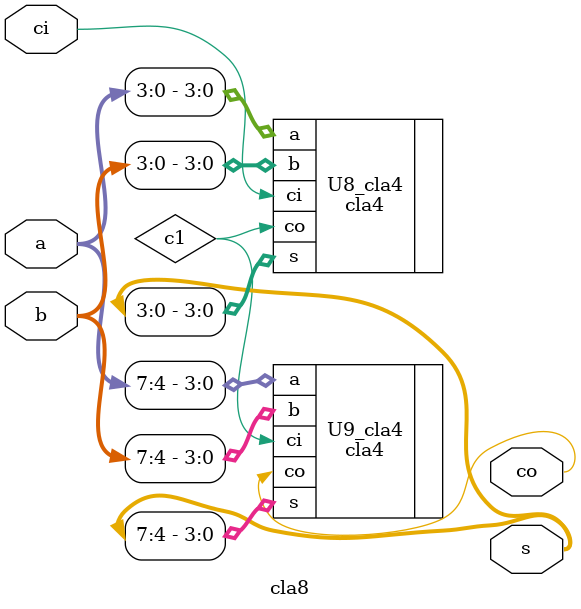
<source format=v>
module cla8(a, b, ci, s, co);
	input [7:0] a, b;
	input ci;
	output [7:0] s;
	output co;
	
	wire c1;

   cla4 U8_cla4 (.a(a[3:0]), .b(b[3:0]), .ci(ci), .s(s[3:0]), .co(c1));
	cla4 U9_cla4 (.a(a[7:4]), .b(b[7:4]), .ci(c1), .s(s[7:4]), .co(co));

	
	endmodule 
</source>
